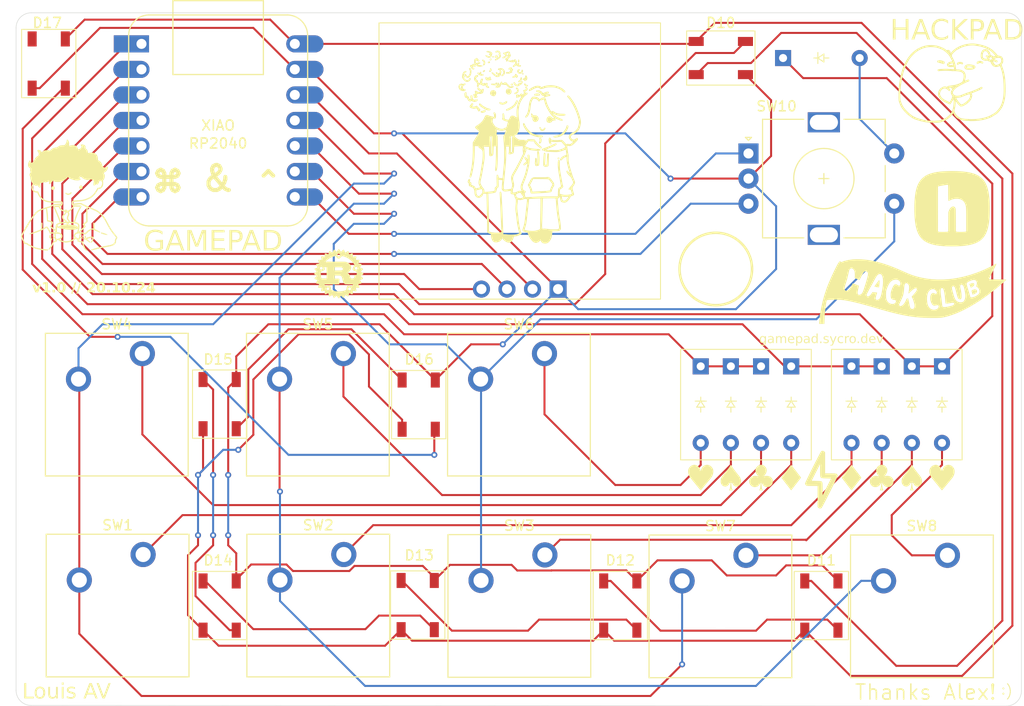
<source format=kicad_pcb>
(kicad_pcb (version 20240108) (generator "pcbnew") (generator_version "8.0")
  (layers (0 "F.Cu" signal) (31 "B.Cu" signal) (34 "B.Paste" user) (35 "F.Paste" user) (36 "B.SilkS" user "B.Silkscreen") (37 "F.SilkS" user "F.Silkscreen") (38 "B.Mask" user) (39 "F.Mask" user) (44 "Edge.Cuts" user))
  (net 0 "")
  (net 1 "Net-(D1-A)")
  (net 2 "Row 1")
  (net 3 "Net-(D2-A)")
  (net 4 "Net-(D3-A)")
  (net 5 "Net-(D4-A)")
  (net 6 "Row 2")
  (net 7 "Net-(D5-A)")
  (net 8 "Net-(D6-A)")
  (net 9 "Row 3")
  (net 10 "Net-(D7-A)")
  (net 11 "Net-(D8-A)")
  (net 12 "EC11SWB")
  (net 13 "Net-(D10-DOUT)")
  (net 14 "RGB")
  (net 15 "GND")
  (net 16 "Net-(D11-DOUT)")
  (net 17 "Net-(D12-DOUT)")
  (net 18 "Net-(D13-DOUT)")
  (net 19 "Net-(D14-DOUT)")
  (net 20 "SCL")
  (net 21 "SDA")
  (net 22 "Column 1")
  (net 23 "Column 3")
  (net 24 "EC11B")
  (net 25 "EC11A")
  (net 26 "+3.3V")
  (net 27 "Column 2")
  (net 28 "+5V")
  (net 29 "Net-(D15-DOUT)")
  (net 30 "Net-(D16-DOUT)")
  (footprint "ScottoKeebs_Components:Diode_DO-35" (layer "F.Cu") (at 173 106.19 -90)
    (property "Reference" "D3" (hide yes))
    (property "Value" "D" (hide yes))
    (pad "1" thru_hole rect (at 0 0 270) (size 1.6 1.6) (drill 0.8) (layers "*.Cu" "*.Mask") (net 2 "Row 1"))
    (pad "2" thru_hole oval (at 7.62 0 270) (size 1.6 1.6) (drill 0.8) (layers "*.Cu" "*.Mask") (net 4 "Net-(D3-A)"))
  )
  (footprint "ScottoKeebs_Components:LED_WS2812B" (layer "F.Cu") (at 126.95 110 90)
    (property "Reference" "D16" (at 4.5 0.05 0) (layer "F.SilkS"))
    (property "Value" "WS2812B")
    (pad "1" smd rect (at -2.45 -1.65 90) (size 1.5 0.9) (layers "F.Cu" "F.Paste" "F.Mask") (net 28 "+5V"))
    (pad "2" smd rect (at -2.45 1.65 90) (size 1.5 0.9) (layers "F.Cu" "F.Paste" "F.Mask") (net 30 "Net-(D16-DOUT)"))
    (pad "3" smd rect (at 2.45 1.65 90) (size 1.5 0.9) (layers "F.Cu" "F.Paste" "F.Mask") (net 15 "GND"))
    (pad "4" smd rect (at 2.45 -1.65 90) (size 1.5 0.9) (layers "F.Cu" "F.Paste" "F.Mask") (net 29 "Net-(D15-DOUT)"))
  )
  (footprint "ScottoKeebs_MX:MX_PCB_1.00u" (layer "F.Cu") (at 156.96 130.08)
    (property "Reference" "SW7" (at 0 -8 0) (layer "F.SilkS"))
    (property "Value" "SW_Push_45deg")
    (pad "" np_thru_hole circle (at -5.08 0) (size 1.75 1.75) (drill 1.75) (layers "*.Cu" "*.Mask"))
    (pad "" np_thru_hole circle (at 0 0) (size 4 4) (drill 4) (layers "*.Cu" "*.Mask"))
    (pad "" np_thru_hole circle (at 5.08 0) (size 1.75 1.75) (drill 1.75) (layers "*.Cu" "*.Mask"))
    (pad "1" thru_hole circle (at -3.81 -2.54) (size 2.5 2.5) (drill 1.5) (layers "*.Cu" "*.Mask") (net 22 "Column 1"))
    (pad "2" thru_hole circle (at 2.54 -5.08) (size 2.5 2.5) (drill 1.5) (layers "*.Cu" "*.Mask") (net 10 "Net-(D7-A)"))
  )
  (footprint "LOGO" (layer "F.Cu") (at 180 90.5)
    (property "Reference" "G***" (hide yes))
    (property "Value" "LOGO" (hide yes))
  )
  (footprint "LOGO" (layer "F.Cu") (at 119 97)
    (property "Reference" "G***" (hide yes))
    (property "Value" "LOGO" (hide yes))
  )
  (footprint "ScottoKeebs_MX:MX_PCB_1.00u" (layer "F.Cu") (at 96.92 110)
    (property "Reference" "SW4" (at 0 -8 0) (layer "F.SilkS"))
    (property "Value" "SW_Push_45deg")
    (pad "" np_thru_hole circle (at -5.08 0) (size 1.75 1.75) (drill 1.75) (layers "*.Cu" "*.Mask"))
    (pad "" np_thru_hole circle (at 0 0) (size 4 4) (drill 4) (layers "*.Cu" "*.Mask"))
    (pad "" np_thru_hole circle (at 5.08 0) (size 1.75 1.75) (drill 1.75) (layers "*.Cu" "*.Mask"))
    (pad "1" thru_hole circle (at -3.81 -2.54) (size 2.5 2.5) (drill 1.5) (layers "*.Cu" "*.Mask") (net 22 "Column 1"))
    (pad "2" thru_hole circle (at 2.54 -5.08) (size 2.5 2.5) (drill 1.5) (layers "*.Cu" "*.Mask") (net 5 "Net-(D4-A)"))
  )
  (footprint "ScottoKeebs_Components:Diode_DO-35" (layer "F.Cu") (at 158 106.19 -90)
    (property "Reference" "D5" (hide yes))
    (property "Value" "D" (hide yes))
    (pad "1" thru_hole rect (at 0 0 270) (size 1.6 1.6) (drill 0.8) (layers "*.Cu" "*.Mask") (net 6 "Row 2"))
    (pad "2" thru_hole oval (at 7.62 0 270) (size 1.6 1.6) (drill 0.8) (layers "*.Cu" "*.Mask") (net 7 "Net-(D5-A)"))
  )
  (footprint "ScottoKeebs_MX:MX_PCB_1.00u" (layer "F.Cu") (at 97 130)
    (property "Reference" "SW1" (at 0 -8 0) (layer "F.SilkS"))
    (property "Value" "SW_Push_45deg")
    (pad "" np_thru_hole circle (at -5.08 0) (size 1.75 1.75) (drill 1.75) (layers "*.Cu" "*.Mask"))
    (pad "" np_thru_hole circle (at 0 0) (size 4 4) (drill 4) (layers "*.Cu" "*.Mask"))
    (pad "" np_thru_hole circle (at 5.08 0) (size 1.75 1.75) (drill 1.75) (layers "*.Cu" "*.Mask"))
    (pad "1" thru_hole circle (at -3.81 -2.54) (size 2.5 2.5) (drill 1.5) (layers "*.Cu" "*.Mask") (net 22 "Column 1"))
    (pad "2" thru_hole circle (at 2.54 -5.08) (size 2.5 2.5) (drill 1.5) (layers "*.Cu" "*.Mask") (net 1 "Net-(D1-A)"))
  )
  (footprint "LOGO" (layer "F.Cu") (at 167 117.5)
    (property "Reference" "G***" (hide yes))
    (property "Value" "LOGO" (hide yes))
  )
  (footprint "Seeed Studio XIAO Series Library:XIAO-Generic-Hybrid-14P-2.54-21X17.8MM" (layer "F.Cu") (at 107 81.712015)
    (property "Reference" "U1" (hide yes))
    (property "Value" "MOUDLE-SEEEDUINO-XIAO" (hide yes))
    (fp_text user "RP2040" (at 0 2.287985 0) (layer "F.SilkS"))
    (fp_text user "XIAO" (at 0 0.5 0) (layer "F.SilkS"))
    (pad "1" thru_hole rect (at -7.625 -7.62) (size 3.5 1.7) (drill 1 (offset -1 0)) (layers "*.Cu" "*.Mask") (net 6 "Row 2"))
    (pad "2" thru_hole oval (at -7.625 -5.08) (size 3.6 1.7) (drill 1 (offset -1 0)) (layers "*.Cu" "*.Mask") (net 2 "Row 1"))
    (pad "3" thru_hole oval (at -7.625 -2.54) (size 3.6 1.7) (drill 1 (offset -1 0)) (layers "*.Cu" "*.Mask") (net 9 "Row 3"))
    (pad "4" thru_hole oval (at -7.625 0) (size 3.6 1.7) (drill 1 (offset -1 0)) (layers "*.Cu" "*.Mask") (net 14 "RGB"))
    (pad "5" thru_hole oval (at -7.625 2.54) (size 3.6 1.7) (drill 1 (offset -1 0)) (layers "*.Cu" "*.Mask") (net 21 "SDA"))
    (pad "6" thru_hole oval (at -7.625 5.08 180) (size 3.6 1.7) (drill 1 (offset 1 0)) (layers "*.Cu" "*.Mask") (net 20 "SCL"))
    (pad "7" thru_hole oval (at -7.625 7.62) (size 3.6 1.7) (drill 1 (offset -1 0)) (layers "*.Cu" "*.Mask") (net 24 "EC11B"))
    (pad "8" thru_hole oval (at 7.625 7.62) (size 3.6 1.7) (drill 1 (offset 1 0)) (layers "*.Cu" "*.Mask") (net 25 "EC11A"))
    (pad "9" thru_hole oval (at 7.625 5.08) (size 3.6 1.7) (drill 1 (offset 1 0)) (layers "*.Cu" "*.Mask") (net 23 "Column 3"))
    (pad "10" thru_hole oval (at 7.625 2.54) (size 3.6 1.7) (drill 1 (offset 1 0)) (layers "*.Cu" "*.Mask") (net 27 "Column 2"))
    (pad "11" thru_hole oval (at 7.625 0) (size 3.7 1.7) (drill 1 (offset 1 0)) (layers "*.Cu" "*.Mask") (net 22 "Column 1"))
    (pad "12" thru_hole oval (at 7.625 -2.54) (size 3.7 1.7) (drill 1 (offset 1 0)) (layers "*.Cu" "*.Mask") (net 26 "+3.3V"))
    (pad "13" thru_hole oval (at 7.625 -5.08) (size 3.7 1.7) (drill 1 (offset 1 0)) (layers "*.Cu" "*.Mask") (net 15 "GND"))
    (pad "14" thru_hole oval (at 7.625 -7.62) (size 3.7 1.7) (drill 1 (offset 1 0)) (layers "*.Cu" "*.Mask") (net 28 "+5V"))
  )
  (footprint "ScottoKeebs_Components:LED_WS2812B" (layer "F.Cu") (at 167 130 90)
    (property "Reference" "D11" (at 4.5 0 0) (layer "F.SilkS"))
    (property "Value" "WS2812B")
    (pad "1" smd rect (at -2.45 -1.65 90) (size 1.5 0.9) (layers "F.Cu" "F.Paste" "F.Mask") (net 28 "+5V"))
    (pad "2" smd rect (at -2.45 1.65 90) (size 1.5 0.9) (layers "F.Cu" "F.Paste" "F.Mask") (net 16 "Net-(D11-DOUT)"))
    (pad "3" smd rect (at 2.45 1.65 90) (size 1.5 0.9) (layers "F.Cu" "F.Paste" "F.Mask") (net 15 "GND"))
    (pad "4" smd rect (at 2.45 -1.65 90) (size 1.5 0.9) (layers "F.Cu" "F.Paste" "F.Mask") (net 13 "Net-(D10-DOUT)"))
  )
  (footprint "LOGO" (layer "F.Cu") (at 180.215771 77.038707)
    (property "Reference" "G***" (hide yes))
    (property "Value" "LOGO" (hide yes))
  )
  (footprint "ScottoKeebs_Components:OLED_128x64" (layer "F.Cu") (at 137 98.5 180)
    (property "Reference" "J1" (hide yes))
    (property "Value" "OLED_128x64")
    (pad "1" thru_hole rect (at -3.81 0 270) (size 1.7 1.7) (drill 1) (layers "*.Cu" "*.Mask") (net 15 "GND"))
    (pad "2" thru_hole oval (at -1.27 0 270) (size 1.7 1.7) (drill 1) (layers "*.Cu" "*.Mask") (net 26 "+3.3V"))
    (pad "3" thru_hole oval (at 1.27 0 270) (size 1.7 1.7) (drill 1) (layers "*.Cu" "*.Mask") (net 20 "SCL"))
    (pad "4" thru_hole oval (at 3.81 0 270) (size 1.7 1.7) (drill 1) (layers "*.Cu" "*.Mask") (net 21 "SDA"))
  )
  (footprint "ScottoKeebs_Components:Diode_DO-35" (layer "F.Cu") (at 163.19 75.5)
    (property "Reference" "D9" (hide yes))
    (property "Value" "D" (hide yes))
    (pad "1" thru_hole rect (at 0 0) (size 1.6 1.6) (drill 0.8) (layers "*.Cu" "*.Mask") (net 9 "Row 3"))
    (pad "2" thru_hole oval (at 7.62 0) (size 1.6 1.6) (drill 0.8) (layers "*.Cu" "*.Mask") (net 12 "EC11SWB"))
  )
  (footprint "ScottoKeebs_MX:MX_PCB_1.00u" (layer "F.Cu") (at 116.92 110)
    (property "Reference" "SW5" (at 0 -8 0) (layer "F.SilkS"))
    (property "Value" "SW_Push_45deg")
    (pad "" np_thru_hole circle (at -5.08 0) (size 1.75 1.75) (drill 1.75) (layers "*.Cu" "*.Mask"))
    (pad "" np_thru_hole circle (at 0 0) (size 4 4) (drill 4) (layers "*.Cu" "*.Mask"))
    (pad "" np_thru_hole circle (at 5.08 0) (size 1.75 1.75) (drill 1.75) (layers "*.Cu" "*.Mask"))
    (pad "1" thru_hole circle (at -3.81 -2.54) (size 2.5 2.5) (drill 1.5) (layers "*.Cu" "*.Mask") (net 27 "Column 2"))
    (pad "2" thru_hole circle (at 2.54 -5.08) (size 2.5 2.5) (drill 1.5) (layers "*.Cu" "*.Mask") (net 7 "Net-(D5-A)"))
  )
  (footprint "ScottoKeebs_Components:LED_WS2812B" (layer "F.Cu") (at 147 130 90)
    (property "Reference" "D12" (at 4.5 0 0) (layer "F.SilkS"))
    (property "Value" "WS2812B")
    (pad "1" smd rect (at -2.45 -1.65 90) (size 1.5 0.9) (layers "F.Cu" "F.Paste" "F.Mask") (net 28 "+5V"))
    (pad "2" smd rect (at -2.45 1.65 90) (size 1.5 0.9) (layers "F.Cu" "F.Paste" "F.Mask") (net 17 "Net-(D12-DOUT)"))
    (pad "3" smd rect (at 2.45 1.65 90) (size 1.5 0.9) (layers "F.Cu" "F.Paste" "F.Mask") (net 15 "GND"))
    (pad "4" smd rect (at 2.45 -1.65 90) (size 1.5 0.9) (layers "F.Cu" "F.Paste" "F.Mask") (net 16 "Net-(D11-DOUT)"))
  )
  (footprint "ScottoKeebs_Components:LED_WS2812B" (layer "F.Cu") (at 90.15 76.05 -90)
    (property "Reference" "D17" (at -4.05 0.15 0) (layer "F.SilkS"))
    (property "Value" "WS2812B")
    (pad "1" smd rect (at -2.45 -1.65 270) (size 1.5 0.9) (layers "F.Cu" "F.Paste" "F.Mask") (net 28 "+5V"))
    (pad "2" smd rect (at -2.45 1.65 270) (size 1.5 0.9) (layers "F.Cu" "F.Paste" "F.Mask"))
    (pad "3" smd rect (at 2.45 1.65 270) (size 1.5 0.9) (layers "F.Cu" "F.Paste" "F.Mask") (net 15 "GND"))
    (pad "4" smd rect (at 2.45 -1.65 270) (size 1.5 0.9) (layers "F.Cu" "F.Paste" "F.Mask") (net 30 "Net-(D16-DOUT)"))
  )
  (footprint "ScottoKeebs_MX:MX_PCB_1.00u" (layer "F.Cu") (at 136.92 110)
    (property "Reference" "SW6" (at 0 -8 0) (layer "F.SilkS"))
    (property "Value" "SW_Push_45deg")
    (pad "" np_thru_hole circle (at -5.08 0) (size 1.75 1.75) (drill 1.75) (layers "*.Cu" "*.Mask"))
    (pad "" np_thru_hole circle (at 0 0) (size 4 4) (drill 4) (layers "*.Cu" "*.Mask"))
    (pad "" np_thru_hole circle (at 5.08 0) (size 1.75 1.75) (drill 1.75) (layers "*.Cu" "*.Mask"))
    (pad "1" thru_hole circle (at -3.81 -2.54) (size 2.5 2.5) (drill 1.5) (layers "*.Cu" "*.Mask") (net 23 "Column 3"))
    (pad "2" thru_hole circle (at 2.54 -5.08) (size 2.5 2.5) (drill 1.5) (layers "*.Cu" "*.Mask") (net 8 "Net-(D6-A)"))
  )
  (footprint "ScottoKeebs_Components:LED_WS2812B" (layer "F.Cu") (at 107.15 130 90)
    (property "Reference" "D14" (at 4.5 -0.15 0) (layer "F.SilkS"))
    (property "Value" "WS2812B")
    (pad "1" smd rect (at -2.45 -1.65 90) (size 1.5 0.9) (layers "F.Cu" "F.Paste" "F.Mask") (net 28 "+5V"))
    (pad "2" smd rect (at -2.45 1.65 90) (size 1.5 0.9) (layers "F.Cu" "F.Paste" "F.Mask") (net 19 "Net-(D14-DOUT)"))
    (pad "3" smd rect (at 2.45 1.65 90) (size 1.5 0.9) (layers "F.Cu" "F.Paste" "F.Mask") (net 15 "GND"))
    (pad "4" smd rect (at 2.45 -1.65 90) (size 1.5 0.9) (layers "F.Cu" "F.Paste" "F.Mask") (net 18 "Net-(D13-DOUT)"))
  )
  (footprint "ScottoKeebs_Components:Diode_DO-35" (layer "F.Cu") (at 155 106.19 -90)
    (property "Reference" "D6" (hide yes))
    (property "Value" "D" (hide yes))
    (pad "1" thru_hole rect (at 0 0 270) (size 1.6 1.6) (drill 0.8) (layers "*.Cu" "*.Mask") (net 6 "Row 2"))
    (pad "2" thru_hole oval (at 7.62 0 270) (size 1.6 1.6) (drill 0.8) (layers "*.Cu" "*.Mask") (net 8 "Net-(D6-A)"))
  )
  (footprint "Rotary_Encoder:RotaryEncoder_Alps_EC11E-Switch_Vertical_H20mm" (layer "F.Cu") (at 159.75 85)
    (property "Reference" "SW10" (at 2.8 -4.7 0) (layer "F.SilkS"))
    (property "Value" "RotaryEncoder_Switch")
    (pad "A" thru_hole rect (at 0 0) (size 2 2) (drill 1) (layers "*.Cu" "*.Mask") (net 25 "EC11A"))
    (pad "B" thru_hole circle (at 0 5) (size 2 2) (drill 1) (layers "*.Cu" "*.Mask") (net 24 "EC11B"))
    (pad "C" thru_hole circle (at 0 2.5) (size 2 2) (drill 1) (layers "*.Cu" "*.Mask") (net 15 "GND"))
    (pad "MP" thru_hole rect (at 7.5 -3.1) (size 3.2 2) (drill oval 2.8 1.5) (layers "*.Cu" "*.Mask"))
    (pad "MP" thru_hole rect (at 7.5 8.1) (size 3.2 2) (drill oval 2.8 1.5) (layers "*.Cu" "*.Mask"))
    (pad "S1" thru_hole circle (at 14.5 5) (size 2 2) (drill 1) (layers "*.Cu" "*.Mask") (net 23 "Column 3"))
    (pad "S2" thru_hole circle (at 14.5 0) (size 2 2) (drill 1) (layers "*.Cu" "*.Mask") (net 12 "EC11SWB"))
  )
  (footprint "LOGO" (layer "F.Cu") (at 92 88)
    (property "Reference" "G***" (hide yes))
    (property "Value" "LOGO" (hide yes))
  )
  (footprint "ScottoKeebs_Components:LED_WS2812B" (layer "F.Cu") (at 157 75.5)
    (property "Reference" "D10" (at 0 -3.5 0) (layer "F.SilkS"))
    (property "Value" "WS2812B")
    (pad "1" smd rect (at -2.45 -1.65) (size 1.5 0.9) (layers "F.Cu" "F.Paste" "F.Mask") (net 28 "+5V"))
    (pad "2" smd rect (at -2.45 1.65) (size 1.5 0.9) (layers "F.Cu" "F.Paste" "F.Mask") (net 13 "Net-(D10-DOUT)"))
    (pad "3" smd rect (at 2.45 1.65) (size 1.5 0.9) (layers "F.Cu" "F.Paste" "F.Mask") (net 15 "GND"))
    (pad "4" smd rect (at 2.45 -1.65) (size 1.5 0.9) (layers "F.Cu" "F.Paste" "F.Mask") (net 14 "RGB"))
  )
  (footprint "ScottoKeebs_Components:Diode_DO-35" (layer "F.Cu") (at 179 106.19 -90)
    (property "Reference" "D8" (hide yes))
    (property "Value" "D" (hide yes))
    (pad "1" thru_hole rect (at 0 0 270) (size 1.6 1.6) (drill 0.8) (layers "*.Cu" "*.Mask") (net 9 "Row 3"))
    (pad "2" thru_hole oval (at 7.62 0 270) (size 1.6 1.6) (drill 0.8) (layers "*.Cu" "*.Mask") (net 11 "Net-(D8-A)"))
  )
  (footprint "ScottoKeebs_Components:LED_WS2812B" (layer "F.Cu") (at 107.15 109.95 90)
    (property "Reference" "D15" (at 4.45 -0.15 0) (layer "F.SilkS"))
    (property "Value" "WS2812B")
    (pad "1" smd rect (at -2.45 -1.65 90) (size 1.5 0.9) (layers "F.Cu" "F.Paste" "F.Mask") (net 28 "+5V"))
    (pad "2" smd rect (at -2.45 1.65 90) (size 1.5 0.9) (layers "F.Cu" "F.Paste" "F.Mask") (net 29 "Net-(D15-DOUT)"))
    (pad "3" smd rect (at 2.45 1.65 90) (size 1.5 0.9) (layers "F.Cu" "F.Paste" "F.Mask") (net 15 "GND"))
    (pad "4" smd rect (at 2.45 -1.65 90) (size 1.5 0.9) (layers "F.Cu" "F.Paste" "F.Mask") (net 19 "Net-(D14-DOUT)"))
  )
  (footprint "ScottoKeebs_Components:LED_WS2812B" (layer "F.Cu") (at 126.85 129.95 90)
    (property "Reference" "D13" (at 4.95 0.15 0) (layer "F.SilkS"))
    (property "Value" "WS2812B")
    (pad "1" smd rect (at -2.45 -1.65 90) (size 1.5 0.9) (layers "F.Cu" "F.Paste" "F.Mask") (net 28 "+5V"))
    (pad "2" smd rect (at -2.45 1.65 90) (size 1.5 0.9) (layers "F.Cu" "F.Paste" "F.Mask") (net 18 "Net-(D13-DOUT)"))
    (pad "3" smd rect (at 2.45 1.65 90) (size 1.5 0.9) (layers "F.Cu" "F.Paste" "F.Mask") (net 15 "GND"))
    (pad "4" smd rect (at 2.45 -1.65 90) (size 1.5 0.9) (layers "F.Cu" "F.Paste" "F.Mask") (net 17 "Net-(D12-DOUT)"))
  )
  (footprint "MountingHole:MountingHole_3.2mm_M3" (layer "F.Cu") (at 156.5 96.5)
    (property "Reference" "REF**" (hide yes))
    (property "Value" "MountingHole_3.2mm_M3")
    (pad "" np_thru_hole circle (at 0 0) (size 3.2 3.2) (drill 3.2) (layers "*.Cu" "*.Mask"))
  )
  (footprint "ScottoKeebs_MX:MX_PCB_1.00u" (layer "F.Cu") (at 116.96 130)
    (property "Reference" "SW2" (at 0 -8 0) (layer "F.SilkS"))
    (property "Value" "SW_Push_45deg")
    (pad "" np_thru_hole circle (at -5.08 0) (size 1.75 1.75) (drill 1.75) (layers "*.Cu" "*.Mask"))
    (pad "" np_thru_hole circle (at 0 0) (size 4 4) (drill 4) (layers "*.Cu" "*.Mask"))
    (pad "" np_thru_hole circle (at 5.08 0) (size 1.75 1.75) (drill 1.75) (layers "*.Cu" "*.Mask"))
    (pad "1" thru_hole circle (at -3.81 -2.54) (size 2.5 2.5) (drill 1.5) (layers "*.Cu" "*.Mask") (net 27 "Column 2"))
    (pad "2" thru_hole circle (at 2.54 -5.08) (size 2.5 2.5) (drill 1.5) (layers "*.Cu" "*.Mask") (net 3 "Net-(D2-A)"))
  )
  (footprint "ScottoKeebs_MX:MX_PCB_1.00u" (layer "F.Cu") (at 177 130.08)
    (property "Reference" "SW8" (at 0 -8 0) (layer "F.SilkS"))
    (property "Value" "SW_Push_45deg")
    (pad "" np_thru_hole circle (at -5.08 0) (size 1.75 1.75) (drill 1.75) (layers "*.Cu" "*.Mask"))
    (pad "" np_thru_hole circle (at 0 0) (size 4 4) (drill 4) (layers "*.Cu" "*.Mask"))
    (pad "" np_thru_hole circle (at 5.08 0) (size 1.75 1.75) (drill 1.75) (layers "*.Cu" "*.Mask"))
    (pad "1" thru_hole circle (at -3.81 -2.54) (size 2.5 2.5) (drill 1.5) (layers "*.Cu" "*.Mask") (net 27 "Column 2"))
    (pad "2" thru_hole circle (at 2.54 -5.08) (size 2.5 2.5) (drill 1.5) (layers "*.Cu" "*.Mask") (net 11 "Net-(D8-A)"))
  )
  (footprint "ScottoKeebs_Components:Diode_DO-35" (layer "F.Cu") (at 164 106.19 -90)
    (property "Reference" "D1" (hide yes))
    (property "Value" "D" (hide yes))
    (pad "1" thru_hole rect (at 0 0 270) (size 1.6 1.6) (drill 0.8) (layers "*.Cu" "*.Mask") (net 2 "Row 1"))
    (pad "2" thru_hole oval (at 7.62 0 270) (size 1.6 1.6) (drill 0.8) (layers "*.Cu" "*.Mask") (net 1 "Net-(D1-A)"))
  )
  (footprint "LOGO" (layer "F.Cu") (at 176.5 98.5)
    (property "Reference" "G***" (hide yes))
    (property "Value" "LOGO" (hide yes))
  )
  (footprint "ScottoKeebs_MX:MX_PCB_1.00u" (layer "F.Cu") (at 136.96 130.04)
    (property "Reference" "SW3" (at 0 -8 0) (layer "F.SilkS"))
    (property "Value" "SW_Push_45deg")
    (pad "" np_thru_hole circle (at -5.08 0) (size 1.75 1.75) (drill 1.75) (layers "*.Cu" "*.Mask"))
    (pad "" np_thru_hole circle (at 0 0) (size 4 4) (drill 4) (layers "*.Cu" "*.Mask"))
    (pad "" np_thru_hole circle (at 5.08 0) (size 1.75 1.75) (drill 1.75) (layers "*.Cu" "*.Mask"))
    (pad "1" thru_hole circle (at -3.81 -2.54) (size 2.5 2.5) (drill 1.5) (layers "*.Cu" "*.Mask") (net 23 "Column 3"))
    (pad "2" thru_hole circle (at 2.54 -5.08) (size 2.5 2.5) (drill 1.5) (layers "*.Cu" "*.Mask") (net 4 "Net-(D3-A)"))
  )
  (footprint "ScottoKeebs_Components:Diode_DO-35" (layer "F.Cu") (at 161 106.19 -90)
    (property "Reference" "D4" (hide yes))
    (property "Value" "D" (hide yes))
    (pad "1" thru_hole rect (at 0 0 270) (size 1.6 1.6) (drill 0.8) (layers "*.Cu" "*.Mask") (net 6 "Row 2"))
    (pad "2" thru_hole oval (at 7.62 0 270) (size 1.6 1.6) (drill 0.8) (layers "*.Cu" "*.Mask") (net 5 "Net-(D4-A)"))
  )
  (footprint "ScottoKeebs_Components:Diode_DO-35" (layer "F.Cu") (at 170 106.19 -90)
    (property "Reference" "D2" (hide yes))
    (property "Value" "D" (hide yes))
    (pad "1" thru_hole rect (at 0 0 270) (size 1.6 1.6) (drill 0.8) (layers "*.Cu" "*.Mask") (net 2 "Row 1"))
    (pad "2" thru_hole oval (at 7.62 0 270) (size 1.6 1.6) (drill 0.8) (layers "*.Cu" "*.Mask") (net 3 "Net-(D2-A)"))
  )
  (footprint "LOGO" (layer "F.Cu") (at 137.5 86.5)
    (property "Reference" "G***" (hide yes))
    (property "Value" "LOGO" (hide yes))
  )
  (footprint "ScottoKeebs_Components:Diode_DO-35" (layer "F.Cu") (at 176 106.19 -90)
    (property "Reference" "D7" (hide yes))
    (property "Value" "D" (hide yes))
    (pad "1" thru_hole rect (at 0 0 270) (size 1.6 1.6) (drill 0.8) (layers "*.Cu" "*.Mask") (net 9 "Row 3"))
    (pad "2" thru_hole oval (at 7.62 0 270) (size 1.6 1.6) (drill 0.8) (layers "*.Cu" "*.Mask") (net 10 "Net-(D7-A)"))
  )
  (gr_circle (center 156.5 96.5) (end 160.105551 96.5) (stroke (width 0.25)) (fill none) (layer "F.SilkS"))
  (gr_rect (start 168 104.5) (end 181 115.5) (stroke (width 0.1)) (fill none) (layer "F.SilkS"))
  (gr_rect (start 123 72) (end 151 99.5) (stroke (width 0.1)) (fill none) (layer "F.SilkS"))
  (gr_rect (start 153 104.5) (end 166 115.5) (stroke (width 0.1)) (fill none) (layer "F.SilkS"))
  (gr_line (start 88.4 71) (end 185.4 71) (stroke (width 0.05)) (layer "Edge.Cuts"))
  (gr_line (start 185.4 140) (end 88.40004 139.9393) (stroke (width 0.05)) (layer "Edge.Cuts"))
  (gr_line (start 86.90004 138.4393) (end 86.9 72.5) (stroke (width 0.05)) (layer "Edge.Cuts"))
  (gr_arc (start 88.40004 139.9393) (mid 87.33938 139.49996) (end 86.90004 138.4393) (stroke (width 0.05)) (layer "Edge.Cuts"))
  (gr_arc (start 186.9 138.5) (mid 186.46066 139.56066) (end 185.4 140) (stroke (width 0.05)) (layer "Edge.Cuts"))
  (gr_arc (start 185.4 71) (mid 186.46066 71.43934) (end 186.9 72.5) (stroke (width 0.05)) (layer "Edge.Cuts"))
  (gr_arc (start 86.9 72.5) (mid 87.33934 71.43934) (end 88.4 71) (stroke (width 0.05)) (layer "Edge.Cuts"))
  (gr_line (start 186.9 72.5) (end 186.9 138.5) (stroke (width 0.05)) (layer "Edge.Cuts"))
  (gr_text ":" (at 184.8 138.95 0) (layer "F.SilkS") (effects (font (size 1 1) (thickness 0.1)) (justify left bottom)))
  (gr_text "♠︎" (at 176 117.5 0) (layer "F.SilkS") (effects (font (size 2.5 2.5) (thickness 0.1))))
  (gr_text "v1.0 // 20.10.24" (at 88.5 99 0) (layer "F.SilkS") (effects (font (size 1 1) (thickness 0.25) (bold yes)) (justify left bottom)))
  (gr_text "gamepad.sycro.dev" (at 167 103.5 0) (layer "F.SilkS") (effects (font (size 0.9 0.9) (thickness 0.1))))
  (gr_text "HACKPAD" (at 180.5 74 0) (layer "F.SilkS") (effects (font (size 2 2) (thickness 0.1)) (justify bottom)))
  (gr_text "Thanks Alex!" (at 184.5 139.5 0) (layer "F.SilkS") (effects (font (size 1.5 1.5)) (justify right bottom)))
  (gr_text "♦︎" (at 164 117.5 0) (layer "F.SilkS") (effects (font (size 2.5 2.5) (thickness 0.1))))
  (gr_text "♥︎" (at 155 117.5 0) (layer "F.SilkS") (effects (font (size 2.5 2.5) (thickness 0.1))))
  (gr_text "♠︎" (at 158 117.5 0) (layer "F.SilkS") (effects (font (size 2.5 2.5) (thickness 0.1))))
  (gr_text "♦︎" (at 170 117.5 0) (layer "F.SilkS") (effects (font (size 2.5 2.5) (thickness 0.1))))
  (gr_text "Louis AV" (at 87.5 139.5 0) (layer "F.SilkS") (effects (font (size 1.5 1.5) (thickness 0.1)) (justify left bottom)))
  (gr_text "GAMEPAD" (at 106.5 95 0) (layer "F.SilkS") (effects (font (size 2 2) (thickness 0.1)) (justify bottom)))
  (gr_text "♣︎" (at 173 117.5 0) (layer "F.SilkS") (effects (font (size 2.5 2.5) (thickness 0.1))))
  (gr_text ")" (at 185.3 139.05 0) (layer "F.SilkS") (effects (font (size 1 1) (thickness 0.1)) (justify left bottom)))
  (gr_text "⌘ & ⌃" (at 107 87.5 0) (layer "F.SilkS") (effects (font (size 2.5 2.5) (thickness 0.4))))
  (gr_text "♣︎" (at 161 117.5 0) (layer "F.SilkS") (effects (font (size 2.5 2.5) (thickness 0.1))))
  (gr_text "♥︎" (at 179 117.5 0) (layer "F.SilkS") (effects (font (size 2.5 2.5) (thickness 0.1))))
  (segment (start 164 113.81) (end 164 116) (width 0.2) (layer "F.Cu") (net 1))
  (segment (start 164 116) (end 159 121) (width 0.2) (layer "F.Cu") (net 1))
  (segment (start 103.46 121) (end 99.54 124.92) (width 0.2) (layer "F.Cu") (net 1))
  (segment (start 159 121) (end 103.46 121) (width 0.2) (layer "F.Cu") (net 1))
  (segment (start 126 102) (end 124 100) (width 0.2) (layer "F.Cu") (net 2))
  (segment (start 163.345 106.19) (end 159.155 102) (width 0.2) (layer "F.Cu") (net 2))
  (segment (start 97.867985 76.632015) (end 99.375 76.632015) (width 0.2) (layer "F.Cu") (net 2))
  (segment (start 164 106.19) (end 170 106.19) (width 0.2) (layer "F.Cu") (net 2))
  (segment (start 159.155 102) (end 126 102) (width 0.2) (layer "F.Cu") (net 2))
  (segment (start 124 100) (end 94 100) (width 0.2) (layer "F.Cu") (net 2))
  (segment (start 89.5 95.5) (end 89.5 85) (width 0.2) (layer "F.Cu") (net 2))
  (segment (start 89.5 85) (end 97.867985 76.632015) (width 0.2) (layer "F.Cu") (net 2))
  (segment (start 170 106.19) (end 173 106.19) (width 0.2) (layer "F.Cu") (net 2))
  (segment (start 164 106.19) (end 163.345 106.19) (width 0.2) (layer "F.Cu") (net 2))
  (segment (start 94 100) (end 89.5 95.5) (width 0.2) (layer "F.Cu") (net 2))
  (segment (start 170 116) (end 164 122) (width 0.2) (layer "F.Cu") (net 3))
  (segment (start 164 122) (end 122.42 122) (width 0.2) (layer "F.Cu") (net 3))
  (segment (start 170 113.81) (end 170 116) (width 0.2) (layer "F.Cu") (net 3))
  (segment (start 122.42 122) (end 119.5 124.92) (width 0.2) (layer "F.Cu") (net 3))
  (segment (start 165.45 123.45) (end 141.01 123.45) (width 0.2) (layer "F.Cu") (net 4))
  (segment (start 165.5 123.5) (end 165.45 123.45) (width 0.2) (layer "F.Cu") (net 4))
  (segment (start 141.01 123.45) (end 139.5 124.96) (width 0.2) (layer "F.Cu") (net 4))
  (segment (start 173 116) (end 165.5 123.5) (width 0.2) (layer "F.Cu") (net 4))
  (segment (start 173 113.81) (end 173 116) (width 0.2) (layer "F.Cu") (net 4))
  (segment (start 106.5 120) (end 99.46 112.96) (width 0.2) (layer "F.Cu") (net 5))
  (segment (start 157 120) (end 106.5 120) (width 0.2) (layer "F.Cu") (net 5))
  (segment (start 99.46 112.96) (end 99.46 104.92) (width 0.2) (layer "F.Cu") (net 5))
  (segment (start 161 113.81) (end 161 116) (width 0.2) (layer "F.Cu") (net 5))
  (segment (start 161 116) (end 157 120) (width 0.2) (layer "F.Cu") (net 5))
  (segment (start 99.375 74.092015) (end 97.907985 74.092015) (width 0.2) (layer "F.Cu") (net 6))
  (segment (start 123.5 101) (end 125.5 103) (width 0.2) (layer "F.Cu") (net 6))
  (segment (start 158 106.19) (end 155 106.19) (width 0.2) (layer "F.Cu") (net 6))
  (segment (start 97.907985 74.092015) (end 88.5 83.5) (width 0.2) (layer "F.Cu") (net 6))
  (segment (start 161 106.19) (end 158 106.19) (width 0.2) (layer "F.Cu") (net 6))
  (segment (start 93.5 101) (end 123.5 101) (width 0.2) (layer "F.Cu") (net 6))
  (segment (start 88.5 83.5) (end 88.5 96) (width 0.2) (layer "F.Cu") (net 6))
  (segment (start 151.81 103) (end 155 106.19) (width 0.2) (layer "F.Cu") (net 6))
  (segment (start 88.5 96) (end 93.5 101) (width 0.2) (layer "F.Cu") (net 6))
  (segment (start 125.5 103) (end 151.81 103) (width 0.2) (layer "F.Cu") (net 6))
  (segment (start 158 116) (end 155 119) (width 0.2) (layer "F.Cu") (net 7))
  (segment (start 129.267588 119) (end 119.46 109.192412) (width 0.2) (layer "F.Cu") (net 7))
  (segment (start 158 113.81) (end 158 116) (width 0.2) (layer "F.Cu") (net 7))
  (segment (start 155 119) (end 129.267588 119) (width 0.2) (layer "F.Cu") (net 7))
  (segment (start 119.46 109.192412) (end 119.46 104.92) (width 0.2) (layer "F.Cu") (net 7))
  (segment (start 155 113.81) (end 155 116) (width 0.2) (layer "F.Cu") (net 8))
  (segment (start 153 118) (end 146.5 118) (width 0.2) (layer "F.Cu") (net 8))
  (segment (start 139.46 110.96) (end 139.46 104.92) (width 0.2) (layer "F.Cu") (net 8))
  (segment (start 146.5 118) (end 139.46 110.96) (width 0.2) (layer "F.Cu") (net 8))
  (segment (start 155 116) (end 153 118) (width 0.2) (layer "F.Cu") (net 8))
  (segment (start 90.5 86.5) (end 90.5 95) (width 0.2) (layer "F.Cu") (net 9))
  (segment (start 99.375 79.172015) (end 97.827985 79.172015) (width 0.2) (layer "F.Cu") (net 9))
  (segment (start 126.5 101) (end 170.81 101) (width 0.2) (layer "F.Cu") (net 9))
  (segment (start 90.5 95) (end 94.5 99) (width 0.2) (layer "F.Cu") (net 9))
  (segment (start 173.5 77.5) (end 165.19 77.5) (width 0.2) (layer "F.Cu") (net 9))
  (segment (start 184 88) (end 173.5 77.5) (width 0.2) (layer "F.Cu") (net 9))
  (segment (start 124.5 99) (end 126.5 101) (width 0.2) (layer "F.Cu") (net 9))
  (segment (start 170.81 101) (end 176 106.19) (width 0.2) (layer "F.Cu") (net 9))
  (segment (start 94.5 99) (end 124.5 99) (width 0.2) (layer "F.Cu") (net 9))
  (segment (start 165.19 77.5) (end 163.19 75.5) (width 0.2) (layer "F.Cu") (net 9))
  (segment (start 176 106.19) (end 179 106.19) (width 0.2) (layer "F.Cu") (net 9))
  (segment (start 184 101.19) (end 184 88) (width 0.2) (layer "F.Cu") (net 9))
  (segment (start 179 106.19) (end 184 101.19) (width 0.2) (layer "F.Cu") (net 9))
  (segment (start 97.827985 79.172015) (end 90.5 86.5) (width 0.2) (layer "F.Cu") (net 9))
  (segment (start 163.5 75.5) (end 163.19 75.5) (width 0.2) (layer "B.Cu") (net 9))
  (segment (start 167 125) (end 159.5 125) (width 0.2) (layer "F.Cu") (net 10))
  (segment (start 176 113.81) (end 176 116) (width 0.2) (layer "F.Cu") (net 10))
  (segment (start 176 116) (end 167 125) (width 0.2) (layer "F.Cu") (net 10))
  (segment (start 174 123) (end 176 125) (width 0.2) (layer "F.Cu") (net 11))
  (segment (start 179 116) (end 174 121) (width 0.2) (layer "F.Cu") (net 11))
  (segment (start 176 125) (end 179.54 125) (width 0.2) (layer "F.Cu") (net 11))
  (segment (start 174 121) (end 174 123) (width 0.2) (layer "F.Cu") (net 11))
  (segment (start 179 113.81) (end 179 116) (width 0.2) (layer "F.Cu") (net 11))
  (segment (start 174.25 85) (end 170.81 81.56) (width 0.2) (layer "B.Cu") (net 12))
  (segment (start 170.81 81.56) (end 170.81 75.5) (width 0.2) (layer "B.Cu") (net 12))
  (segment (start 166 127.55) (end 174.45 136) (width 0.2) (layer "F.Cu") (net 13))
  (segment (start 163 73) (end 160 76) (width 0.2) (layer "F.Cu") (net 13))
  (segment (start 165.35 127.55) (end 166 127.55) (width 0.2) (layer "F.Cu") (net 13))
  (segment (start 170.5 73) (end 163 73) (width 0.2) (layer "F.Cu") (net 13))
  (segment (start 155.7 76) (end 154.55 77.15) (width 0.2) (layer "F.Cu") (net 13))
  (segment (start 180.5 136) (end 185 131.5) (width 0.2) (layer "F.Cu") (net 13))
  (segment (start 185 131.5) (end 185 87.5) (width 0.2) (layer "F.Cu") (net 13))
  (segment (start 174.45 136) (end 180.5 136) (width 0.2) (layer "F.Cu") (net 13))
  (segment (start 185 87.5) (end 170.5 73) (width 0.2) (layer "F.Cu") (net 13))
  (segment (start 160 76) (end 155.7 76) (width 0.2) (layer "F.Cu") (net 13))
  (segment (start 154.5 75) (end 158.3 75) (width 0.2) (layer "F.Cu") (net 14))
  (segment (start 97.787985 81.712015) (end 91.5 88) (width 0.2) (layer "F.Cu") (net 14))
  (segment (start 99.375 81.712015) (end 97.787985 81.712015) (width 0.2) (layer "F.Cu") (net 14))
  (segment (start 158.3 75) (end 159.45 73.85) (width 0.2) (layer "F.Cu") (net 14))
  (segment (start 91.5 94.532843) (end 94.967157 98) (width 0.2) (layer "F.Cu") (net 14))
  (segment (start 145.5 97) (end 145.5 84) (width 0.2) (layer "F.Cu") (net 14))
  (segment (start 94.967157 98) (end 125 98) (width 0.2) (layer "F.Cu") (net 14))
  (segment (start 145.5 84) (end 154.5 75) (width 0.2) (layer "F.Cu") (net 14))
  (segment (start 91.5 88) (end 91.5 94.532843) (width 0.2) (layer "F.Cu") (net 14))
  (segment (start 142.5 100) (end 145.5 97) (width 0.2) (layer "F.Cu") (net 14))
  (segment (start 127 100) (end 142.5 100) (width 0.2) (layer "F.Cu") (net 14))
  (segment (start 125 98) (end 127 100) (width 0.2) (layer "F.Cu") (net 14))
  (segment (start 168.65 127.55) (end 167.1 126) (width 0.2) (layer "F.Cu") (net 15))
  (segment (start 120.556016 126.056016) (end 120.053048 126.558984) (width 0.2) (layer "F.Cu") (net 15))
  (segment (start 147.6 126.5) (end 140.152032 126.5) (width 0.2) (layer "F.Cu") (net 15))
  (segment (start 108 123) (end 108 124) (width 0.2) (layer "F.Cu") (net 15))
  (segment (start 162 85.25) (end 159.75 87.5) (width 0.2) (layer "F.Cu") (net 15))
  (segment (start 114.625 76.632015) (end 110.492985 72.5) (width 0.2) (layer "F.Cu") (net 15))
  (segment (start 130.05 125.95) (end 128.5 127.5) (width 0.2) (layer "F.Cu") (net 15))
  (segment (start 127.356016 126.056016) (end 120.556016 126.056016) (width 0.2) (layer "F.Cu") (net 15))
  (segment (start 112 102) (end 123.05 102) (width 0.2) (layer "F.Cu") (net 15))
  (segment (start 132.15 104) (end 128.6 107.55) (width 0.2) (layer "F.Cu") (net 15))
  (segment (start 136.753402 126.51) (end 136.193402 125.95) (width 0.2) (layer "F.Cu") (net 15))
  (segment (start 108 124) (end 108.8 124.8) (width 0.2) (layer "F.Cu") (net 15))
  (segment (start 157.592412 127) (end 156.092412 125.5) (width 0.2) (layer "F.Cu") (net 15))
  (segment (start 110.492985 72.5) (end 95.25 72.5) (width 0.2) (layer "F.Cu") (net 15))
  (segment (start 162 79.7) (end 162 85.25) (width 0.2) (layer "F.Cu") (net 15))
  (segment (start 123.05 102) (end 128.6 107.55) (width 0.2) (layer "F.Cu") (net 15))
  (segment (start 113.792032 125.91) (end 110.29 125.91) (width 0.2) (layer "F.Cu") (net 15))
  (segment (start 136.193402 125.95) (end 130.05 125.95) (width 0.2) (layer "F.Cu") (net 15))
  (segment (start 124.5 83) (end 125.31 83) (width 0.2) (layer "F.Cu") (net 15))
  (segment (start 135.31 104) (end 132.15 104) (width 0.2) (layer "F.Cu") (net 15))
  (segment (start 122.5 83) (end 116.132015 76.632015) (width 0.2) (layer "F.Cu") (net 15))
  (segment (start 128.5 127.2) (end 127.356016 126.056016) (width 0.2) (layer "F.Cu") (net 15))
  (segment (start 140.142032 126.51) (end 136.753402 126.51) (width 0.2) (layer "F.Cu") (net 15))
  (segment (start 156.092412 125.5) (end 150.7 125.5) (width 0.2) (layer "F.Cu") (net 15))
  (segment (start 167.1 126) (end 163.5 126) (width 0.2) (layer "F.Cu") (net 15))
  (segment (start 150.7 125.5) (end 148.65 127.55) (width 0.2) (layer "F.Cu") (net 15))
  (segment (start 114.441016 126.558984) (end 113.792032 125.91) (width 0.2) (layer "F.Cu") (net 15))
  (segment (start 163.5 126) (end 162.5 127) (width 0.2) (layer "F.Cu") (net 15))
  (segment (start 124.5 83) (end 122.5 83) (width 0.2) (layer "F.Cu") (net 15))
  (segment (start 108 108.3) (end 108.8 107.5) (width 0.2) (layer "F.Cu") (net 15))
  (segment (start 162.5 127) (end 157.592412 127) (width 0.2) (layer "F.Cu") (net 15))
  (segment (start 95.25 72.5) (end 89.25 78.5) (width 0.2) (layer "F.Cu") (net 15))
  (segment (start 116.132015 76.632015) (end 114.625 76.632015) (width 0.2) (layer "F.Cu") (net 15))
  (segment (start 110.29 125.91) (end 108.65 127.55) (width 0.2) (layer "F.Cu") (net 15))
  (segment (start 120.053048 126.558984) (end 114.441016 126.558984) (width 0.2) (layer "F.Cu") (net 15))
  (segment (start 159.75 87.5) (end 152 87.5) (width 0.2) (layer "F.Cu") (net 15))
  (segment (start 108.8 105.2) (end 112 102) (width 0.2) (layer "F.Cu") (net 15))
  (segment (start 108.8 124.8) (end 108.8 127.55) (width 0.2) (layer "F.Cu") (net 15))
  (segment (start 148.65 127.55) (end 147.6 126.5) (width 0.2) (layer "F.Cu") (net 15))
  (segment (start 140.152032 126.5) (end 140.142032 126.51) (width 0.2) (layer "F.Cu") (net 15))
  (segment (start 128.5 127.5) (end 128.5 127.2) (width 0.2) (layer "F.Cu") (net 15))
  (segment (start 89.25 78.5) (end 88.5 78.5) (width 0.2) (layer "F.Cu") (net 15))
  (segment (start 108.8 107.5) (end 108.8 105.2) (width 0.2) (layer "F.Cu") (net 15))
  (segment (start 159.45 77.15) (end 162 79.7) (width 0.2) (layer "F.Cu") (net 15))
  (segment (start 108 117) (end 108 108.3) (width 0.2) (layer "F.Cu") (net 15))
  (segment (start 125.31 83) (end 140.81 98.5) (width 0.2) (layer "F.Cu") (net 15))
  (via (at 135.31 104) (size 0.6) (drill 0.3) (layers "F.Cu" "B.Cu") (net 15))
  (via (at 124.5 83) (size 0.6) (drill 0.3) (layers "F.Cu" "B.Cu") (net 15))
  (via (at 152 87.5) (size 0.6) (drill 0.3) (layers "F.Cu" "B.Cu") (net 15))
  (via (at 108 123) (size 0.6) (drill 0.3) (layers "F.Cu" "B.Cu") (net 15))
  (via (at 108 117) (size 0.6) (drill 0.3) (layers "F.Cu" "B.Cu") (net 15))
  (segment (start 147.5 83) (end 124.5 83) (width 0.2) (layer "B.Cu") (net 15))
  (segment (start 158.5 100.5) (end 142.81 100.5) (width 0.2) (layer "B.Cu") (net 15))
  (segment (start 162.5 90.25) (end 162.5 96.5) (width 0.2) (layer "B.Cu") (net 15))
  (segment (start 142.81 100.5) (end 140.81 98.5) (width 0.2) (layer "B.Cu") (net 15))
  (segment (start 159.75 87.5) (end 159 87.5) (width 0.2) (layer "B.Cu") (net 15))
  (segment (start 152 87.5) (end 147.5 83) (width 0.2) (layer "B.Cu") (net 15))
  (segment (start 162.5 96.5) (end 158.5 100.5) (width 0.2) (layer "B.Cu") (net 15))
  (segment (start 135.31 104) (end 140.81 98.5) (width 0.2) (layer "B.Cu") (net 15))
  (segment (start 159.75 87.5) (end 162.5 90.25) (width 0.2) (layer "B.Cu") (net 15))
  (segment (start 108 123) (end 108 117) (width 0.2) (layer "B.Cu") (net 15))
  (segment (start 146.05 127.55) (end 145.35 127.55) (width 0.2) (layer "F.Cu") (net 16))
  (segment (start 168.65 132.45) (end 167.6 131.4) (width 0.2) (layer "F.Cu") (net 16))
  (segment (start 160.503402 132.5) (end 151 132.5) (width 0.2) (layer "F.Cu") (net 16))
  (segment (start 161.603402 131.4) (end 160.503402 132.5) (width 0.2) (layer "F.Cu") (net 16))
  (segment (start 167.6 131.4) (end 161.603402 131.4) (width 0.2) (layer "F.Cu") (net 16))
  (segment (start 151 132.5) (end 146.05 127.55) (width 0.2) (layer "F.Cu") (net 16))
  (segment (start 130.25 132.5) (end 125.25 127.5) (width 0.2) (layer "F.Cu") (net 17))
  (segment (start 125.25 127.5) (end 125.2 127.5) (width 0.2) (layer "F.Cu") (net 17))
  (segment (start 147.6 131.4) (end 138.923402 131.4) (width 0.2) (layer "F.Cu") (net 17))
  (segment (start 137.823402 132.5) (end 130.25 132.5) (width 0.2) (layer "F.Cu") (net 17))
  (segment (start 138.923402 131.4) (end 137.823402 132.5) (width 0.2) (layer "F.Cu") (net 17))
  (segment (start 148.65 132.45) (end 147.6 131.4) (width 0.2) (layer "F.Cu") (net 17))
  (segment (start 121.65 132.35) (end 110.5 132.35) (width 0.2) (layer "F.Cu") (net 18))
  (segment (start 105.7 127.55) (end 105.5 127.55) (width 0.2) (layer "F.Cu") (net 18))
  (segment (start 127.1 131) (end 123 131) (width 0.2) (layer "F.Cu") (net 18))
  (segment (start 128.5 132.4) (end 127.1 131) (width 0.2) (layer "F.Cu") (net 18))
  (segment (start 123 131) (end 121.65 132.35) (width 0.2) (layer "F.Cu") (net 18))
  (segment (start 110.5 132.35) (end 105.7 127.55) (width 0.2) (layer "F.Cu") (net 18))
  (segment (start 104.75 125.75) (end 106.5 124) (width 0.2) (layer "F.Cu") (net 19))
  (segment (start 106.5 124) (end 106.5 123) (width 0.2) (layer "F.Cu") (net 19))
  (segment (start 108.8 132.45) (end 108.15 132.45) (width 0.2) (layer "F.Cu") (net 19))
  (segment (start 104.75 129.05) (end 104.75 125.75) (width 0.2) (layer "F.Cu") (net 19))
  (segment (start 106.5 108.5) (end 106.5 117) (width 0.2) (layer "F.Cu") (net 19))
  (segment (start 105.5 107.5) (end 106.5 108.5) (width 0.2) (layer "F.Cu") (net 19))
  (segment (start 108.15 132.45) (end 104.75 129.05) (width 0.2) (layer "F.Cu") (net 19))
  (via (at 106.5 123) (size 0.6) (drill 0.3) (layers "F.Cu" "B.Cu") (net 19))
  (via (at 106.5 117) (size 0.6) (drill 0.3) (layers "F.Cu" "B.Cu") (net 19))
  (segment (start 106.5 123) (end 106.5 117) (width 0.2) (layer "B.Cu") (net 19))
  (segment (start 93.5 94) (end 95.5 96) (width 0.2) (layer "F.Cu") (net 20))
  (segment (start 95.5 96) (end 133.23 96) (width 0.2) (layer "F.Cu") (net 20))
  (segment (start 99.375 86.792015) (end 97.707985 86.792015) (width 0.2) (layer "F.Cu") (net 20))
  (segment (start 97.707985 86.792015) (end 93.5 91) (width 0.2) (layer "F.Cu") (net 20))
  (segment (start 93.5 91) (end 93.5 94) (width 0.2) (layer "F.Cu") (net 20))
  (segment (start 133.23 96) (end 135.73 98.5) (width 0.2) (layer "F.Cu") (net 20))
  (segment (start 92.5 89.5) (end 92.5 94.065686) (width 0.2) (layer "F.Cu") (net 21))
  (segment (start 97.747985 84.252015) (end 92.5 89.5) (width 0.2) (layer "F.Cu") (net 21))
  (segment (start 127 98.5) (end 133.19 98.5) (width 0.2) (layer "F.Cu") (net 21))
  (segment (start 92.5 94.065686) (end 95.434314 97) (width 0.2) (layer "F.Cu") (net 21))
  (segment (start 95.434314 97) (end 125.5 97) (width 0.2) (layer "F.Cu") (net 21))
  (segment (start 125.5 97) (end 127 98.5) (width 0.2) (layer "F.Cu") (net 21))
  (segment (start 99.375 84.252015) (end 97.747985 84.252015) (width 0.2) (layer "F.Cu") (net 21))
  (segment (start 124.5 87) (end 121.5 87) (width 0.2) (layer "F.Cu") (net 22))
  (segment (start 93.19 127.46) (end 93.19 107.54) (width 0.2) (layer "F.Cu") (net 22))
  (segment (start 150 139) (end 99.38 139) (width 0.2) (layer "F.Cu") (net 22))
  (segment (start 93.19 132.81) (end 93.19 127.46) (width 0.2) (layer "F.Cu") (net 22))
  (segment (start 99.38 139) (end 93.19 132.81) (width 0.2) (layer "F.Cu") (net 22))
  (segment (start 121.5 87) (end 116.212015 81.712015) (width 0.2) (layer "F.Cu") (net 22))
  (segment (start 93.19 107.54) (end 93.11 107.46) (width 0.2) (layer "F.Cu") (net 22))
  (segment (start 116.212015 81.712015) (end 114.625 81.712015) (width 0.2) (layer "F.Cu") (net 22))
  (segment (start 153.15 135.85) (end 150 139) (width 0.2) (layer "F.Cu") (net 22))
  (via (at 153.15 135.85) (size 0.6) (drill 0.3) (layers "F.Cu" "B.Cu") (net 22))
  (via (at 124.5 87) (size 0.6) (drill 0.3) (layers "F.Cu" "B.Cu") (net 22))
  (segment (start 120.5 88) (end 106.5 102) (width 0.2) (layer "B.Cu") (net 22))
  (segment (start 153.15 135.85) (end 153.15 127.54) (width 0.2) (layer "B.Cu") (net 22))
  (segment (start 93.11 104.39) (end 93.11 107.46) (width 0.2) (layer "B.Cu") (net 22))
  (segment (start 106.5 102) (end 95.5 102) (width 0.2) (layer "B.Cu") (net 22))
  (segment (start 124.5 87) (end 123.5 88) (width 0.2) (layer "B.Cu") (net 22))
  (segment (start 95.5 102) (end 93.11 104.39) (width 0.2) (layer "B.Cu") (net 22))
  (segment (start 123.5 88) (end 120.5 88) (width 0.2) (layer "B.Cu") (net 22))
  (segment (start 124.5 91) (end 120.5 91) (width 0.2) (layer "F.Cu") (net 23))
  (segment (start 116.292015 86.792015) (end 114.625 86.792015) (width 0.2) (layer "F.Cu") (net 23))
  (segment (start 120.5 91) (end 116.292015 86.792015) (width 0.2) (layer "F.Cu") (net 23))
  (via (at 124.5 91) (size 0.6) (drill 0.3) (layers "F.Cu" "B.Cu") (net 23))
  (segment (start 120.5 92) (end 118.5 94) (width 0.2) (layer "B.Cu") (net 23))
  (segment (start 133.15 107.5) (end 133.11 107.46) (width 0.2) (layer "B.Cu") (net 23))
  (segment (start 118.5 98.5) (end 124 104) (width 0.2) (layer "B.Cu") (net 23))
  (segment (start 118.5 94) (end 118.5 98.5) (width 0.2) (layer "B.Cu") (net 23))
  (segment (start 117.292015 86.792015) (end 114.625 86.792015) (width 0.2) (layer "B.Cu") (net 23))
  (segment (start 129.65 104) (end 133.11 107.46) (width 0.2) (layer "B.Cu") (net 23))
  (segment (start 124.5 91) (end 123.5 92) (width 0.2) (layer "B.Cu") (net 23))
  (segment (start 174.25 93.75) (end 166.5 101.5) (width 0.2) (layer "B.Cu") (net 23))
  (segment (start 139.07 101.5) (end 133.11 107.46) (width 0.2) (layer "B.Cu") (net 23))
  (segment (start 133.15 127.5) (end 133.15 107.5) (width 0.2) (layer "B.Cu") (net 23))
  (segment (start 123.5 92) (end 120.5 92) (width 0.2) (layer "B.Cu") (net 23))
  (segment (start 174.25 90) (end 174.25 93.75) (width 0.2) (layer "B.Cu") (net 23))
  (segment (start 124 104) (end 129.65 104) (width 0.2) (layer "B.Cu") (net 23))
  (segment (start 166.5 101.5) (end 139.07 101.5) (width 0.2) (layer "B.Cu") (net 23))
  (segment (start 96 95) (end 124.5 95) (width 0.2) (layer "F.Cu") (net 24))
  (segment (start 94.5 92) (end 94.5 93.5) (width 0.2) (layer "F.Cu") (net 24))
  (segment (start 99.375 89.332015) (end 97.167985 89.332015) (width 0.2) (layer "F.Cu") (net 24))
  (segment (start 94.5 93.5) (end 96 95) (width 0.2) (layer "F.Cu") (net 24))
  (segment (start 97.167985 89.332015) (end 94.5 92) (width 0.2) (layer "F.Cu") (net 24))
  (via (at 124.5 95) (size 0.6) (drill 0.3) (layers "F.Cu" "B.Cu") (net 24))
  (segment (start 149 95) (end 154 90) (width 0.2) (layer "B.Cu") (net 24))
  (segment (start 124.5 95) (end 149 95) (width 0.2) (layer "B.Cu") (net 24))
  (segment (start 154 90) (end 159.75 90) (width 0.2) (layer "B.Cu") (net 24))
  (segment (start 120 93) (end 116.332015 89.332015) (width 0.2) (layer "F.Cu") (net 25))
  (segment (start 124.5 93) (end 120 93) (width 0.2) (layer "F.Cu") (net 25))
  (segment (start 116.5 89.5) (end 114.792985 89.5) (width 0.2) (layer "F.Cu") (net 25))
  (segment (start 114.792985 89.5) (end 114.625 89.332015) (width 0.2) (layer "F.Cu") (net 25))
  (segment (start 116.332015 89.332015) (end 114.625 89.332015) (width 0.2) (layer "F.Cu") (net 25))
  (via (at 124.5 93) (size 0.6) (drill 0.3) (layers "F.Cu" "B.Cu") (net 25))
  (segment (start 148.5 93) (end 156.5 85) (width 0.2) (layer "B.Cu") (net 25))
  (segment (start 156.5 85) (end 159.75 85) (width 0.2) (layer "B.Cu") (net 25))
  (segment (start 124.5 93) (end 148.5 93) (width 0.2) (layer "B.Cu") (net 25))
  (segment (start 116.172015 79.172015) (end 114.625 79.172015) (width 0.2) (layer "F.Cu") (net 26))
  (segment (start 122 85) (end 116.172015 79.172015) (width 0.2) (layer "F.Cu") (net 26))
  (segment (start 124.77 85) (end 122 85) (width 0.2) (layer "F.Cu") (net 26))
  (segment (start 138.27 98.5) (end 124.77 85) (width 0.2) (layer "F.Cu") (net 26))
  (segment (start 121 89) (end 116.252015 84.252015) (width 0.2) (layer "F.Cu") (net 27))
  (segment (start 113.15 118.65) (end 113.11 118.61) (width 0.2) (layer "F.Cu") (net 27))
  (segment (start 124.5 89) (end 121 89) (width 0.2) (layer "F.Cu") (net 27))
  (segment (start 116.252015 84.252015) (end 114.625 84.252015) (width 0.2) (layer "F.Cu") (net 27))
  (segment (start 113.11 118.61) (end 113.11 107.46) (width 0.2) (layer "F.Cu") (net 27))
  (via (at 124.5 89) (size 0.6) (drill 0.3) (layers "F.Cu" "B.Cu") (net 27))
  (via (at 113.15 118.65) (size 0.6) (drill 0.3) (layers "F.Cu" "B.Cu") (net 27))
  (segment (start 113 107.35) (end 113.11 107.46) (width 0.2) (layer "B.Cu") (net 27))
  (segment (start 113.15 118.65) (end 113.15 127.46) (width 0.2) (layer "B.Cu") (net 27))
  (segment (start 160.5 138) (end 121.612412 138) (width 0.2) (layer "B.Cu") (net 27))
  (segment (start 170.96 127.54) (end 160.5 138) (width 0.2) (layer "B.Cu") (net 27))
  (segment (start 113.15 129.537588) (end 113.15 127.46) (width 0.2) (layer "B.Cu") (net 27))
  (segment (start 113.11 97.39) (end 113.11 107.46) (width 0.2) (layer "B.Cu") (net 27))
  (segment (start 121.612412 138) (end 113.15 129.537588) (width 0.2) (layer "B.Cu") (net 27))
  (segment (start 113.15 107.5) (end 113.11 107.46) (width 0.2) (layer "B.Cu") (net 27))
  (segment (start 124.5 89) (end 123.5 90) (width 0.2) (layer "B.Cu") (net 27))
  (segment (start 120.5 90) (end 113.11 97.39) (width 0.2) (layer "B.Cu") (net 27))
  (segment (start 173.19 127.54) (end 170.96 127.54) (width 0.2) (layer "B.Cu") (net 27))
  (segment (start 123.5 90) (end 120.5 90) (width 0.2) (layer "B.Cu") (net 27))
  (segment (start 123.6 134) (end 125.2 132.4) (width 0.2) (layer "F.Cu") (net 28))
  (segment (start 144.3 133.5) (end 145.35 132.45) (width 0.2) (layer "F.Cu") (net 28))
  (segment (start 115 103) (end 110.5 107.5) (width 0.2) (layer "F.Cu") (net 28))
  (segment (start 169.9 137) (end 165.35 132.45) (width 0.2) (layer "F.Cu") (net 28))
  (segment (start 154.307985 74.092015) (end 114.625 74.092015) (width 0.2) (layer "F.Cu") (net 28))
  (segment (start 112.18 71.68) (end 93.72 71.68) (width 0.2) (layer "F.Cu") (net 28))
  (segment (start 114.625 74.092015) (end 114.592015 74.092015) (width 0.2) (layer "F.Cu") (net 28))
  (segment (start 154.55 73.85) (end 156.4 72) (width 0.2) (layer "F.Cu") (net 28))
  (segment (start 120 103) (end 115 103) (width 0.2) (layer "F.Cu") (net 28))
  (segment (start 110.5 107.5) (end 110.5 113) (width 0.2) (layer "F.Cu") (net 28))
  (segment (start 186 132) (end 181 137) (width 0.2) (layer "F.Cu") (net 28))
  (segment (start 105.5 112.4) (end 105.5 116.5) (width 0.2) (layer "F.Cu") (net 28))
  (segment (start 122 108.2) (end 122 105) (width 0.2) (layer "F.Cu") (net 28))
  (segment (start 110.5 113) (end 109 114.5) (width 0.2) (layer "F.Cu") (net 28))
  (segment (start 104 125) (end 105 124) (width 0.2) (layer "F.Cu") (net 28))
  (segment (start 125.3 112.45) (end 125.3 111.5) (width 0.2) (layer "F.Cu") (net 28))
  (segment (start 146.4 133.5) (end 164.3 133.5) (width 0.2) (layer "F.Cu") (net 28))
  (segment (start 145.35 132.45) (end 146.4 133.5) (width 0.2) (layer "F.Cu") (net 28))
  (segment (start 186 87) (end 186 132) (width 0.2) (layer "F.Cu") (net 28))
  (segment (start 105.5 116.5) (end 105 117) (width 0.2) (layer "F.Cu") (net 28))
  (segment (start 181 137) (end 169.9 137) (width 0.2) (layer "F.Cu") (net 28))
  (segment (start 125.2 132.4) (end 126.3 133.5) (width 0.2) (layer "F.Cu") (net 28))
  (segment (start 105.5 132.45) (end 104 130.95) (width 0.2) (layer "F.Cu") (net 28))
  (segment (start 154.55 73.85) (end 154.307985 74.092015) (width 0.2) (layer "F.Cu") (net 28))
  (segment (start 126.3 133.5) (end 144.3 133.5) (width 0.2) (layer "F.Cu") (net 28))
  (segment (start 114.592015 74.092015) (end 112.18 71.68) (width 0.2) (layer "F.Cu") (net 28))
  (segment (start 164.3 133.5) (end 165.35 132.45) (width 0.2) (layer "F.Cu") (net 28))
  (segment (start 122 105) (end 120 103) (width 0.2) (layer "F.Cu") (net 28))
  (segment (start 125.3 111.5) (end 122 108.2) (width 0.2) (layer "F.Cu") (net 28))
  (segment (start 171 72) (end 186 87) (width 0.2) (layer "F.Cu") (net 28))
  (segment (start 105 124) (end 105 123) (width 0.2) (layer "F.Cu") (net 28))
  (segment (start 93.72 71.68) (end 91.8 73.6) (width 0.2) (layer "F.Cu") (net 28))
  (segment (start 156.4 72) (end 171 72) (width 0.2) (layer "F.Cu") (net 28))
  (segment (start 105.5 132.45) (end 107.05 134) (width 0.2) (layer "F.Cu") (net 28))
  (segment (start 107.05 134) (end 123.6 134) (width 0.2) (layer "F.Cu") (net 28))
  (segment (start 104 130.95) (end 104 125) (width 0.2) (layer "F.Cu") (net 28))
  (via (at 105 123) (size 0.6) (drill 0.3) (layers "F.Cu" "B.Cu") (net 28))
  (via (at 105 117) (size 0.6) (drill 0.3) (layers "F.Cu" "B.Cu") (net 28))
  (via (at 109 114.5) (size 0.6) (drill 0.3) (layers "F.Cu" "B.Cu") (net 28))
  (segment (start 105 123) (end 105 117) (width 0.2) (layer "B.Cu") (net 28))
  (segment (start 107.5 114.5) (end 109 114.5) (width 0.2) (layer "B.Cu") (net 28))
  (segment (start 105 117) (end 107.5 114.5) (width 0.2) (layer "B.Cu") (net 28))
  (segment (start 108.8 112.4) (end 110 111.2) (width 0.2) (layer "F.Cu") (net 29))
  (segment (start 120.25 102.5) (end 125.3 107.55) (width 0.2) (layer "F.Cu") (net 29))
  (segment (start 110 106.5) (end 114 102.5) (width 0.2) (layer "F.Cu") (net 29))
  (segment (start 110 111.2) (end 110 106.5) (width 0.2) (layer "F.Cu") (net 29))
  (segment (start 114 102.5) (end 120.25 102.5) (width 0.2) (layer "F.Cu") (net 29))
  (segment (start 97 103.25) (end 94.25 103.25) (width 0.2) (layer "F.Cu") (net 30))
  (segment (start 128.5 115) (end 128.5 112.55) (width 0.2) (layer "F.Cu") (net 30))
  (segment (start 94.25 103.25) (end 87.56 96.56) (width 0.2) (layer "F.Cu") (net 30))
  (segment (start 128.5 112.55) (end 128.6 112.45) (width 0.2) (layer "F.Cu") (net 30))
  (segment (start 87.56 96.56) (end 87.56 82.54) (width 0.2) (layer "F.Cu") (net 30))
  (segment (start 87.56 82.54) (end 92.15 77.95) (width 0.2) (layer "F.Cu") (net 30))
  (via (at 97 103.25) (size 0.6) (drill 0.3) (layers "F.Cu" "B.Cu") (net 30))
  (via (at 128.5 115) (size 0.6) (drill 0.3) (layers "F.Cu" "B.Cu") (net 30))
  (segment (start 114 115) (end 128.5 115) (width 0.2) (layer "B.Cu") (net 30))
  (segment (start 102.25 103.25) (end 114 115) (width 0.2) (layer "B.Cu") (net 30))
  (segment (start 97 103.25) (end 102.25 103.25) (width 0.2) (layer "B.Cu") (net 30))
)
</source>
